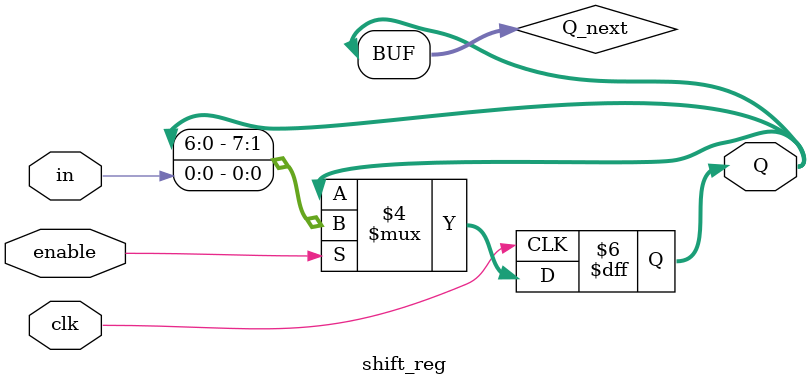
<source format=v>
module top_module (
    input clk,
    input enable,
    input S,
    input A, B, C,
    output Z );
    
    reg [7:0] Q;
    
    shift_reg S1(S, clk, enable, Q);
    always@(*) begin
        case({A,B,C})
            3'b000: Z = Q[0];
            3'b001: Z = Q[1];
            3'b010: Z = Q[2];
            3'b011: Z = Q[3];
            3'b100: Z = Q[4];
            3'b101: Z = Q[5];
            3'b110: Z = Q[6];
            3'b111: Z = Q[7];
            default:
                Z = 1'b0;
        endcase
    end

endmodule

module shift_reg(input in, clk, enable,
                 output [7:0]Q);
    reg [7:0]Q_next;
    
    always@(posedge clk) begin
        if(enable) begin
            Q <= {Q[6:0],in};
        end
        else
            Q <= Q_next;
    end
    
    always@(*) begin
        Q_next = Q;
    end
endmodule

</source>
